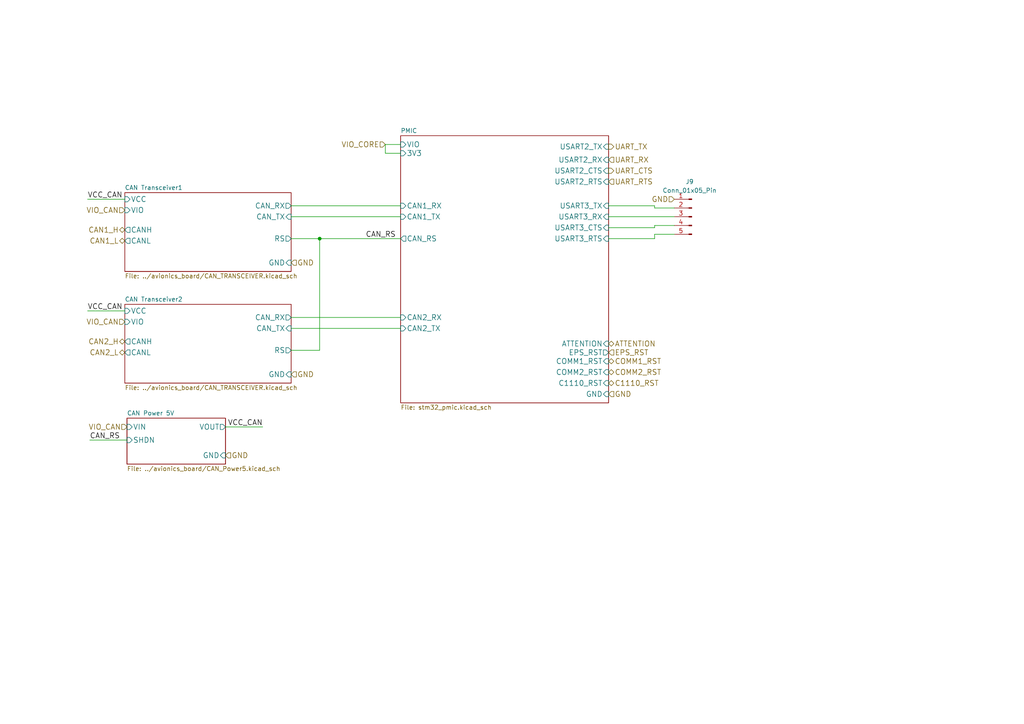
<source format=kicad_sch>
(kicad_sch (version 20231120) (generator "eeschema") (generator_version "8.0")
  (paper "A4")
  (lib_symbols
    (symbol "Connector:Conn_01x05_Pin" (pin_names (offset 1.016) hide)
      (property "Reference" "J" (at 0 7.62 0))
      (property "Value" "Conn_01x05_Pin" (at 0 -7.62 0))
      (symbol "Conn_01x05_Pin_1_1"
        (polyline (pts (xy 1.27 -5.08) (xy 0.8636 -5.08)) (stroke (width 0.1524)))
        (polyline (pts (xy 1.27 -2.54) (xy 0.8636 -2.54)) (stroke (width 0.1524)))
        (polyline (pts (xy 1.27 0) (xy 0.8636 0)) (stroke (width 0.1524)))
        (polyline (pts (xy 1.27 2.54) (xy 0.8636 2.54)) (stroke (width 0.1524)))
        (polyline (pts (xy 1.27 5.08) (xy 0.8636 5.08)) (stroke (width 0.1524)))
        (rectangle (start 0.8636 -4.953) (end 0 -5.207) (stroke (width 0.1524)) (fill (type outline)))
        (rectangle (start 0.8636 -2.413) (end 0 -2.667) (stroke (width 0.1524)) (fill (type outline)))
        (rectangle (start 0.8636 0.127) (end 0 -0.127) (stroke (width 0.1524)) (fill (type outline)))
        (rectangle (start 0.8636 2.667) (end 0 2.413) (stroke (width 0.1524)) (fill (type outline)))
        (rectangle (start 0.8636 5.207) (end 0 4.953) (stroke (width 0.1524)) (fill (type outline)))
        (pin passive line (at 5.08 5.08 180) (length 3.81) (name "Pin_1") (number "1"))
        (pin passive line (at 5.08 2.54 180) (length 3.81) (name "Pin_2") (number "2"))
        (pin passive line (at 5.08 0 180) (length 3.81) (name "Pin_3") (number "3"))
        (pin passive line (at 5.08 -2.54 180) (length 3.81) (name "Pin_4") (number "4"))
        (pin passive line (at 5.08 -5.08 180) (length 3.81) (name "Pin_5") (number "5"))
      )
    )
  )
  (junction (at 92.71 69.215))
  (wire (pts (xy 84.455 59.69) (xy 116.205 59.69)))
  (wire (pts (xy 84.455 62.865) (xy 116.205 62.865)))
  (wire (pts (xy 26.035 127.635) (xy 36.83 127.635)))
  (wire (pts (xy 76.2 123.825) (xy 65.405 123.825)))
  (wire (pts (xy 176.53 62.865) (xy 195.58 62.865)))
  (wire (pts (xy 111.76 44.45) (xy 116.205 44.45)))
  (wire (pts (xy 176.53 66.04) (xy 189.865 66.04)))
  (wire (pts (xy 84.455 69.215) (xy 92.71 69.215)))
  (wire (pts (xy 92.71 69.215) (xy 92.71 101.6)))
  (wire (pts (xy 189.865 60.325) (xy 195.58 60.325)))
  (wire (pts (xy 176.53 69.215) (xy 189.865 69.215)))
  (wire (pts (xy 92.71 69.215) (xy 116.205 69.215)))
  (wire (pts (xy 111.76 41.91) (xy 116.205 41.91)))
  (wire (pts (xy 84.455 95.25) (xy 116.205 95.25)))
  (wire (pts (xy 189.865 65.405) (xy 195.58 65.405)))
  (wire (pts (xy 189.865 69.215) (xy 189.865 67.945)))
  (wire (pts (xy 84.455 92.075) (xy 116.205 92.075)))
  (wire (pts (xy 189.865 59.69) (xy 189.865 60.325)))
  (wire (pts (xy 176.53 59.69) (xy 189.865 59.69)))
  (wire (pts (xy 25.4 57.785) (xy 36.195 57.785)))
  (wire (pts (xy 189.865 67.945) (xy 195.58 67.945)))
  (wire (pts (xy 111.76 41.91) (xy 111.76 44.45)))
  (wire (pts (xy 92.71 101.6) (xy 84.455 101.6)))
  (wire (pts (xy 25.4 90.17) (xy 36.195 90.17)))
  (wire (pts (xy 189.865 66.04) (xy 189.865 65.405)))
  (label "VCC_CAN" (at 25.4 57.785 0) (effects (font (size 1.524 1.524))))
  (label "VCC_CAN" (at 25.4 90.17 0) (effects (font (size 1.524 1.524))))
  (label "CAN_RS" (at 26.035 127.635 0) (effects (font (size 1.524 1.524))))
  (label "VCC_CAN" (at 76.2 123.825 180) (effects (font (size 1.524 1.524))))
  (label "CAN_RS" (at 106.045 69.215 0) (effects (font (size 1.524 1.524))))
  (hierarchical_label "GND" (shape input) (at 84.455 76.2 0) (effects (font (size 1.524 1.524))))
  (hierarchical_label "COMM1_RST" (shape bidirectional) (at 176.53 104.775 0) (effects (font (size 1.524 1.524))))
  (hierarchical_label "CAN1_H" (shape bidirectional) (at 36.195 66.675 180) (effects (font (size 1.524 1.524))))
  (hierarchical_label "ATTENTION" (shape bidirectional) (at 176.53 99.695 0) (effects (font (size 1.524 1.524))))
  (hierarchical_label "VIO_CAN" (shape input) (at 36.195 60.96 180) (effects (font (size 1.524 1.524))))
  (hierarchical_label "GND" (shape input) (at 195.58 57.785 180) (effects (font (size 1.524 1.524))))
  (hierarchical_label "CAN1_L" (shape bidirectional) (at 36.195 69.85 180) (effects (font (size 1.524 1.524))))
  (hierarchical_label "EPS_RST" (shape input) (at 176.53 102.235 0) (effects (font (size 1.524 1.524))))
  (hierarchical_label "UART_TX" (shape output) (at 176.53 42.545 0) (effects (font (size 1.524 1.524))))
  (hierarchical_label "GND" (shape input) (at 176.53 114.3 0) (effects (font (size 1.524 1.524))))
  (hierarchical_label "VIO_CORE" (shape input) (at 111.76 41.91 180) (effects (font (size 1.524 1.524))))
  (hierarchical_label "CAN2_H" (shape bidirectional) (at 36.195 99.06 180) (effects (font (size 1.524 1.524))))
  (hierarchical_label "VIO_CAN" (shape input) (at 36.83 123.825 180) (effects (font (size 1.524 1.524))))
  (hierarchical_label "UART_RX" (shape input) (at 176.53 46.355 0) (effects (font (size 1.524 1.524))))
  (hierarchical_label "CAN2_L" (shape bidirectional) (at 36.195 102.235 180) (effects (font (size 1.524 1.524))))
  (hierarchical_label "UART_RTS" (shape input) (at 176.53 52.705 0) (effects (font (size 1.524 1.524))))
  (hierarchical_label "UART_CTS" (shape output) (at 176.53 49.53 0) (effects (font (size 1.524 1.524))))
  (hierarchical_label "GND" (shape input) (at 65.405 132.08 0) (effects (font (size 1.524 1.524))))
  (hierarchical_label "VIO_CAN" (shape input) (at 36.195 93.345 180) (effects (font (size 1.524 1.524))))
  (hierarchical_label "COMM2_RST" (shape bidirectional) (at 176.53 107.95 0) (effects (font (size 1.524 1.524))))
  (hierarchical_label "GND" (shape input) (at 84.455 108.585 0) (effects (font (size 1.524 1.524))))
  (hierarchical_label "C1110_RST" (shape bidirectional) (at 176.53 111.125 0) (effects (font (size 1.524 1.524))))
  (symbol (lib_id "Connector:Conn_01x05_Pin") (at 200.66 62.865 0) (mirror y) (unit 1)
    (property "Reference" "J9" (at 200.025 52.705 0))
    (property "Value" "Conn_01x05_Pin" (at 200.025 55.245 0))
    (property "Footprint" "Connector_PinHeader_2.54mm:PinHeader_1x05_P2.54mm_Vertical" (effects (hide yes)))
    (property "Description" "Generic connector, single row, 01x05, script generated" (effects (hide yes)))
  )
  (sheet (at 36.195 55.88) (size 48.26 22.86) (stroke (width 0.1524))
    (property "Sheetname" "CAN Transceiver1" (at 36.195 55.1684 0) (effects (justify left bottom)))
    (property "Sheetfile" "../avionics_board/CAN_TRANSCEIVER.kicad_sch" (at 36.195 79.3246 0) (effects (justify left top)))
    (pin "CAN_RX" output (at 84.455 59.69 0) (effects (font (size 1.524 1.524))))
    (pin "CAN_TX" input (at 84.455 62.865 0) (effects (font (size 1.524 1.524))))
    (pin "VIO" input (at 36.195 60.96 180) (effects (font (size 1.524 1.524))))
    (pin "GND" input (at 84.455 76.2 0) (effects (font (size 1.524 1.524))))
    (pin "RS" output (at 84.455 69.215 0) (effects (font (size 1.524 1.524))))
    (pin "VCC" input (at 36.195 57.785 180) (effects (font (size 1.524 1.524))))
    (pin "CANL" output (at 36.195 69.85 180) (effects (font (size 1.524 1.524))))
    (pin "CANH" output (at 36.195 66.675 180) (effects (font (size 1.524 1.524))))
  )
  (sheet (at 36.83 121.285) (size 28.575 13.335) (stroke (width 0.1524))
    (property "Sheetname" "CAN Power 5V" (at 36.83 120.5734 0) (effects (justify left bottom)))
    (property "Sheetfile" "../avionics_board/CAN_Power5.kicad_sch" (at 36.83 135.2046 0) (effects (justify left top)))
    (pin "GND" input (at 65.405 132.08 0) (effects (font (size 1.524 1.524))))
    (pin "VIN" input (at 36.83 123.825 180) (effects (font (size 1.524 1.524))))
    (pin "SHDN" input (at 36.83 127.635 180) (effects (font (size 1.524 1.524))))
    (pin "VOUT" output (at 65.405 123.825 0) (effects (font (size 1.524 1.524))))
  )
  (sheet (at 36.195 88.265) (size 48.26 22.86) (stroke (width 0.1524))
    (property "Sheetname" "CAN Transceiver2" (at 36.195 87.5534 0) (effects (justify left bottom)))
    (property "Sheetfile" "../avionics_board/CAN_TRANSCEIVER.kicad_sch" (at 36.195 111.7096 0) (effects (justify left top)))
    (pin "CAN_RX" output (at 84.455 92.075 0) (effects (font (size 1.524 1.524))))
    (pin "CAN_TX" input (at 84.455 95.25 0) (effects (font (size 1.524 1.524))))
    (pin "VIO" input (at 36.195 93.345 180) (effects (font (size 1.524 1.524))))
    (pin "GND" input (at 84.455 108.585 0) (effects (font (size 1.524 1.524))))
    (pin "RS" output (at 84.455 101.6 0) (effects (font (size 1.524 1.524))))
    (pin "VCC" input (at 36.195 90.17 180) (effects (font (size 1.524 1.524))))
    (pin "CANL" output (at 36.195 102.235 180) (effects (font (size 1.524 1.524))))
    (pin "CANH" output (at 36.195 99.06 180) (effects (font (size 1.524 1.524))))
  )
  (sheet (at 116.205 39.37) (size 60.325 77.47) (stroke (width 0.1524))
    (property "Sheetname" "PMIC" (at 116.205 38.6584 0) (effects (justify left bottom)))
    (property "Sheetfile" "stm32_pmic.kicad_sch" (at 116.205 117.4246 0) (effects (justify left top)))
    (pin "GND" input (at 176.53 114.3 0) (effects (font (size 1.524 1.524))))
    (pin "VIO" input (at 116.205 41.91 180) (effects (font (size 1.524 1.524))))
    (pin "CAN_RS" output (at 116.205 69.215 180) (effects (font (size 1.524 1.524))))
    (pin "CAN1_RX" input (at 116.205 59.69 180) (effects (font (size 1.524 1.524))))
    (pin "CAN2_TX" input (at 116.205 95.25 180) (effects (font (size 1.524 1.524))))
    (pin "CAN1_TX" input (at 116.205 62.865 180) (effects (font (size 1.524 1.524))))
    (pin "CAN2_RX" input (at 116.205 92.075 180) (effects (font (size 1.524 1.524))))
    (pin "ATTENTION" input (at 176.53 99.695 0) (effects (font (size 1.524 1.524))))
    (pin "COMM1_RST" input (at 176.53 104.775 0) (effects (font (size 1.524 1.524))))
    (pin "COMM2_RST" input (at 176.53 107.95 0) (effects (font (size 1.524 1.524))))
    (pin "3V3" input (at 116.205 44.45 180) (effects (font (size 1.524 1.524))))
    (pin "C1110_RST" input (at 176.53 111.125 0) (effects (font (size 1.524 1.524))))
    (pin "EPS_RST" output (at 176.53 102.235 0) (effects (font (size 1.524 1.524))))
    (pin "USART2_TX" input (at 176.53 42.545 0) (effects (font (size 1.524 1.524))))
    (pin "USART2_CTS" input (at 176.53 49.53 0) (effects (font (size 1.524 1.524))))
    (pin "USART2_RTS" input (at 176.53 52.705 0) (effects (font (size 1.524 1.524))))
    (pin "USART2_RX" input (at 176.53 46.355 0) (effects (font (size 1.524 1.524))))
    (pin "USART3_TX" input (at 176.53 59.69 0) (effects (font (size 1.524 1.524))))
    (pin "USART3_RX" input (at 176.53 62.865 0) (effects (font (size 1.524 1.524))))
    (pin "USART3_CTS" input (at 176.53 66.04 0) (effects (font (size 1.524 1.524))))
    (pin "USART3_RTS" input (at 176.53 69.215 0) (effects (font (size 1.524 1.524))))
  )
)
</source>
